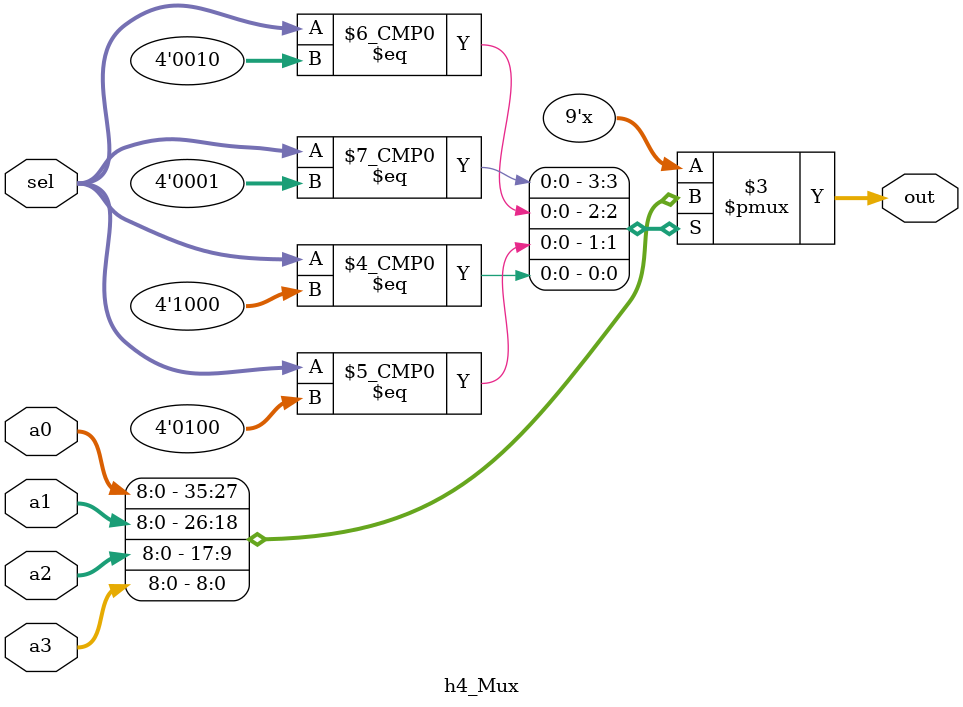
<source format=v>
`define MREAD 2'b01
`define MWRITE 2'b10

module cpu(clk,reset, mem_addr, mem_cmd, read_data, write_data,LEDout);
input clk, reset;
input [15:0] read_data;
output [15:0] write_data;
output [8:0] mem_addr;
output [1:0] mem_cmd;
output LEDout;
wire [2:0] readAndwrite,opcode;
wire [1:0] shift, op;
wire [15:0] sximm8;
wire [15:0] sximm5;
wire [11:0] FSM_out;
wire [15:0] Ireg_out;
wire [8:0] dataAddress;

wire load_pc, load_addr, load_ir, addr_sel;

wire [3:0] sel_pc; 

wire [8:0] next_pc,PC, intoOne,afterDataAddress, B_pc;

assign intoOne = PC + 1;
assign B_pc = PC + sximm8;
wire [2:0] cond;
wire [2:0] Z_out;	

vDFFE #(16) Instruction_Register(.clk(clk), .en(load_ir), .in(read_data), .out(Ireg_out)) ;

Instruction_Dec ID1(.in(Ireg_out), .nsel(FSM_out[11:9]),	//inputs
					.opcode(opcode), .op(op),				//to state machine
					.shift(shift), .sximm8(sximm8), .sximm5(sximm5), .readOrWrite(readAndwrite),.cond(cond));	//to Datapath

FSM FSM(.opcode(opcode),.op(op),.reset(reset),.out(FSM_out),.clk(clk),.mem_cmd(mem_cmd), .addr_sel(addr_sel),.load_pc(load_pc),.sel_pc(sel_pc),.load_addr(load_addr), .load_ir(load_ir),.Z_out(Z_out),.cond(cond),.LEDout(LEDout));


datapath DP(.mdata(read_data), .sximm8(sximm8), .sximm5(sximm5), .PC(PC[7:0]), .writenum(readAndwrite), .write(FSM_out[0]), 
			.readnum(readAndwrite), .clk(clk), .asel(FSM_out[3]), .bsel(FSM_out[4]), .vsel(FSM_out[4:3]), .loadb(FSM_out[6]), .loada(FSM_out[5]), .loadc(FSM_out[7]), .loads(FSM_out[8]), .shift(shift), .ALUop(FSM_out[6:5]), 
			.datapath_out(write_data), .Z_out(Z_out), .N(), .V(), .Z());
			

//MUX #(9) PCMUX(.a(9'b0),.b(intoOne), .sel(reset_pc),.out(next_pc));
//module MUX(a,b,sel,out)
h4_Mux #(9) PCMUX(.a0(9'b0), .a1(intoOne), .a2(B_pc), .a3(write_data[8:0]) , .sel(sel_pc), .out(next_pc));

vDFFE #(9) ProgramCounter(.clk(clk), .en(load_pc), .in(next_pc), .out(PC));
vDFFE #(9) DataAddress(.clk(clk), .en(load_addr), .in(write_data[8:0]), .out(dataAddress));
//module vDFFE(clk, en, in, out)

MUX #(9) memSelect(.a(PC), .b(dataAddress),.sel(addr_sel),.out(mem_addr));






endmodule
module Instruction_Dec(in, nsel, opcode, op, shift, sximm8, sximm5, readOrWrite,cond);
input [15:0] in;
input [2:0] nsel;

output [1:0] op,shift;
reg [1:0] shift;
output reg [2:0] cond;
output [2:0] opcode;
output [15:0] sximm8; //specify datapath size
output [15:0] sximm5;
output [2:0] readOrWrite; //check wire/reg here - writenum and readnum

wire [2:0] rORw;


assign opcode = in[15:13];
assign op = in [12:11];
//assign shift = in[4:3];
assign sximm8 = {{8{in[7]}}, in [7:0] };
assign sximm5 = {{11{in[4]}}, in [4:0] };
assign readOrWrite = rORw;

always @(*)
if (opcode == 3'b110 || opcode == 3'b101)
	shift = in[4:3];
else
	shift = 2'b00;
	
always @(*)
if(opcode == 3'b001)
	cond = in[10:8];
else
	cond = 3'b111;


writeAndRead_Mux M1(.Rn(in[10:8]),.Rd(in[7:5]),.Rm(in[2:0]), .nsel(nsel),.readOrWrite(rORw) );


endmodule

module writeAndRead_Mux(Rn, Rd, Rm, nsel, readOrWrite);
input [2:0] Rn, Rd, Rm, nsel;

output [2:0] readOrWrite;

reg [2:0] readOrWrite;

always@*begin
	case(nsel)
		3'b001: readOrWrite = Rn;
		3'b010: readOrWrite = Rd;
		3'b100: readOrWrite = Rm;
		default: readOrWrite = 3'bxxx;
		
		//continue those
	endcase
end
endmodule



module FSM(opcode,op,reset,out,clk,mem_cmd, addr_sel,load_pc,sel_pc, load_addr, load_ir,Z_out,cond,LEDout);
input clk;
input[2:0] opcode;
input[1:0] op;
input reset;
input [2:0]Z_out;
input [2:0]cond;
output reg LEDout;

wire N,Z,V;

assign {N,V,Z} = Z_out;

output[11:0] out;
output addr_sel,load_pc,load_addr, load_ir;
output [1:0] mem_cmd;
output reg [3:0] sel_pc;

reg[11:0] out;
reg addr_sel,load_pc,load_addr, load_ir;
reg [1:0] mem_cmd;

reg[4:0] state;

always@ (posedge clk) begin
	
	casex ({state,reset,opcode,op,cond})
		
		//reset
		14'bxxxxx_1_xxx_xx_xxx : state = 0; //reset state is still 00000
		
		//reset stage
		14'b00000_0_xxx_xx_xxx : state = 5'b01000;	//advance to IF1

		//state 01000 IF1
		14'b01000_0_xxx_xx_xxx : state = 5'b10000;	//advance to IF2

		//state 10000 IF2
		14'b10000_0_xxx_xx_xxx : state = 5'b11000;	//advance to UpdatePC

		//state 11000 UpdatePC
		14'b11000_0_xxx_xx_xxx : state = 5'b11100;	//advance to decode
		
		//state 11100 decode
		14'b11100_0_110_10_xxx : state = 5'b00001;	//MOV Rn,#<im8>
		14'b11100_0_110_00_xxx : state = 5'b00100;	//MOV Rd,Rm{,<sh_op>}
		14'b11100_0_101_xx_xxx : state = 5'b00100;	//ALU instructions
		14'b11100_0_011_00_xxx : state = 5'b00101;	//LDR
		14'b11100_0_100_00_xxx : state = 5'b00101;	//STR
		14'b11100_0_001_00_000 : state = 5'b10010;	//B
		14'b11100_0_001_00_001 : state = 5'b10011;	//BEQ
		14'b11100_0_001_00_010 : state = 5'b10110;	//BNE
		14'b11100_0_001_00_011 : state = 5'b10100;	//BLT
		14'b11100_0_001_00_100 : state =	5'b10101;	//BLE
		14'b11100_0_010_11_xxx : state = 5'b11001;	//BL
		14'b11100_0_010_00_xxx : state = 5'b00100;	//BX
		14'b11100_0_010_10_xxx : state = 5'b11001;   //BLX
		14'b11100_0_111_xx_xxx : state = 5'b11111;	//HALT
		//  ^^^ changed them to start taking messages from the decode state

		//state 00100 Load B
		14'b00100_0_101_0x_xxx : state = 5'b00101;	//Load A
		14'b00100_0_101_10_xxx : state = 5'b00101;	//Load A 
		14'b00100_0_110_00_xxx : state = 5'b00110;	//ALU
		14'b00100_0_101_11_xxx : state = 5'b00110;	//ALU
		14'b00100_0_010_00_xxx : state = 5'b00110;  //ALU (BX)

		//state 00001 writeImm
		14'b00001_0_xxx_xx_xxx : state = 5'b01000; 	//IF1

		//state 00101 Load A
		14'b00101_0_xxx_xx_xxx : state = 5'b00110;	//always goes to ALU
		
		//state 00110 ALU operations
		14'b00110_0_101_01_xxx : state = 5'b01000;	//CMP - IF1
		14'b00110_0_110_00_xxx : state = 5'b00111;	//IF1
		14'b00110_0_101_00_xxx : state = 5'b00111;	//IF1
		14'b00110_0_101_1x_xxx : state = 5'b00111;	//IF1
		14'b00110_0_011_00_xxx : state = 5'b01100;	//LDR - ReadMem
		14'b00110_0_100_00_xxx : state = 5'b01101;	//STR - SetARD
		14'b00110_0_010_00_xxx : state = 5'b11010;  //BX
		14'b00110_0_010_10_xxx : state = 5'b11010; // BX (BLX)
		
		//state 00111 writeReg
		14'b00111_0_xxx_xx_xxx : state = 5'b01000;
		
		//state 01100 readMem (LDR)
		14'b01100_0_xxx_xx_xxx : state = 5'b01001;	//always goes to writeMD
		
		//state 01001 readMem2 (LDR)
		14'b01001_0_xxx_xx_xxx : state = 5'b01010;
		
		//state 01010 WriteMD (LDR)
		14'b01010_0_xxx_xx_xxx : state = 5'b01000;	//always goes to IF1
		
		//state 01101 SetADR (STR)
		14'b01101_0_xxx_xx_xxx : state = 5'b01110;	//always goes to LoadBR
		
		//state 01110 LoadBR (STR)
		14'b01110_0_xxx_xx_xxx : state = 5'b01111;	//always goes to ALU2
		
		//state 01111 ALU2 (STR)
		14'b01111_0_xxx_xx_xxx : state = 5'b01011;	//always goes to Mwrite
		
		//state 01011 Mwrite (STR)
		14'b01011_0_xxx_xx_xxx : state = 5'b01000;	//always goes to IF1
		
		//state 10010 B
		14'b10010_0_xxx_xx_xxx : state = 5'b01000; //always goes to IF1
		
		//state 10011 BEQ
		14'b10011_0_xxx_xx_xxx : state = 5'b01000; //always goes to IF1
		
		//state 10110 BNE
		14'b10110_0_xxx_xx_xxx : state = 5'b01000; //always goes to IF1
		
		//state 10100 BLT
		14'b10100_0_xxx_xx_xxx : state = 5'b01000; //always goes to IF1
		
		//state 10101 BLE
		14'b10101_0_xxx_xx_xxx : state = 5'b01000; //always goes to IF1
		
		//state 11001 BL
		
		14'b11001_0_010_10_xxx : state = 5'b00100; // load B(BLX)
		14'b11001_0_010_11_xxx : state = 5'b10010; //goes to B
		
		
		//state 11010 BX
		14'b11010_0_xxx_xx_xxx : state = 5'b01000; //goes to IF1 

		//state 11111 HALT
		14'b11111_0_xxx_xx_xxx : state = 5'b11111; // stays here
		
		
		
	//	default : state = 5'bxxxxx;
	endcase
	
	case (state)

		//wait
		5'b00000 : begin 
		out = 12'b000_00000000_0;
			//w = 2'b01;
		sel_pc = 4'b0001;
		load_pc  = 1;
		LEDout = 0;
		end
		
		//IF1
		5'b01000 : begin
		out = 12'b000_00000000_0;
		sel_pc = 4'b0010;
		load_pc = 0;
		addr_sel = 1;
		mem_cmd = `MREAD;
		end
		
		//IF2
		5'b10000 : begin
		addr_sel = 1;
		mem_cmd = `MREAD;
		load_ir = 1;
		end

		//Update PC
		5'b11000 : begin
		mem_cmd = 2'b0;
		load_ir = 0;
		load_pc = 1;
		end

		//Decode
		5'b11100 : begin
			load_pc = 0;
			out = 12'b0000000_11_000;	//defaults selects to 1
		end
		
		//writeImm
		5'b00001 : begin
			out = 12'b001_0000_10_00_1;
		end
		
		//loadB
		5'b00100 : begin
			out = {(7'b100_0010), 2'b01, (3'b0)};
		end
		
		//loadA
		5'b00101 : out = {(7'b001_0001),out[4], 1'b0, (3'b0)};
		
		//ALU instructions
		5'b00110 : out = {3'b000_,({opcode,op}==5'b10101 ? 1 : 0),1'b1,op,out[4],out[3],3'b00_0};
	
		//writeReg
		5'b00111 : out = 12'b010_00000000_1;
		
		//readMem
		5'b01100: begin
		load_addr = 1; addr_sel = 0; mem_cmd = `MREAD;
		end
		
		//readMem2
		5'b01001 : begin
		end
		
		//writeMD
		5'b01010 : begin
		out = 12'b010_000011001;
		end
		
		//SetADR
		5'b01101 : begin
		load_addr = 1; addr_sel = 0;
		end
		
		//LoadBR
		5'b01110 : begin
		out = {(7'b010_0010), 2'b01, (3'b0)};
		end
		
		//ALU2
		5'b01111 : begin
		out = {5'b000_01,op,out[4],out[3],3'b00_0};
		end
		
		//Mwrite
		5'b01011 : begin
		mem_cmd = `MWRITE;
		end
		
		//HALT
		5'b11111 : begin
				LEDout = 1;
		end
		
		//B
		5'b10010: begin
					load_pc = 1;
					sel_pc = 4'b0100;
					end
					
		//state 10011 BEQ
		5'b10011: begin
						if(Z) begin
								load_pc = 1;
								sel_pc = 4'b0100;
								end
						else load_pc = 0;
					 end
					 
		//state 10110 BNE
		5'b10110: begin
						if(~Z) begin
								load_pc = 1;
								sel_pc = 4'b0100;
								end
						else load_pc = 0;
					end
					
		//state 10100 BLT
		5'b10100: begin
						if(~(N==V)) begin
								load_pc = 1;
								sel_pc = 4'b0100;
								end
						else load_pc = 0;
					end
					
		//state 10101 BLE
		5'b10101: begin
						if(~(N==V) | Z) begin
								load_pc = 1;
								sel_pc = 4'b0100;
								end
						else load_pc = 0;
					end
					
		//state 11001 BL
		5'b11001: begin
					out = 12'b001_0000_01_00_1;
					end
		
		5'b11010: begin
					sel_pc = 4'b1000;
					load_pc = 1;
					end
		
		
		default : out = 12'b000000000000;
		
			
		
	endcase
	
	
end

endmodule



module h4_Mux(a0, a1, a2,a3, sel, out);

	parameter n = 9;

	input [n-1:0] a0,a1,a2,a3;
	input [3:0] sel;

output reg [n-1:0] out;

	always@*begin
		case(sel)
			4'b0001: out = a0;
			4'b0010: out = a1;
			4'b0100: out = a2;
			4'b1000: out = a3;
		default: out = 9'bx;
		
		//continue those
		endcase
	end
endmodule






</source>
